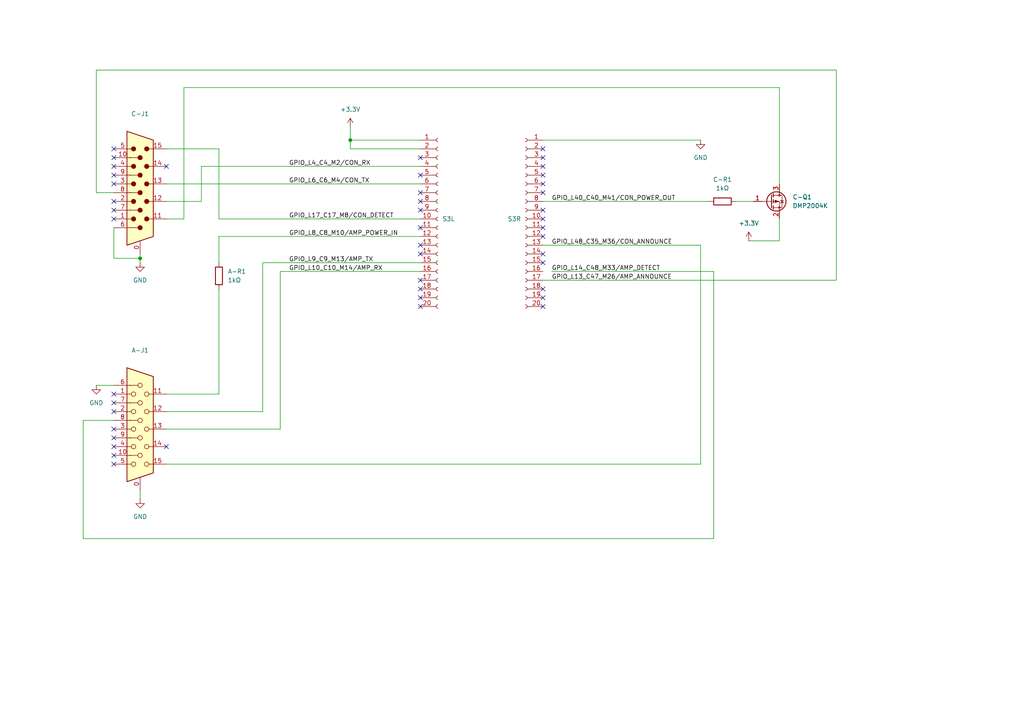
<source format=kicad_sch>
(kicad_sch (version 20231120) (generator "eeschema") (generator_version "8.0")
  (paper "A4")
  (lib_symbols
    (symbol "Connector:Conn_01x20_Socket" (pin_names (offset 1.016) hide)
      (property "Reference" "J" (at 0 25.4 0))
      (property "Value" "Conn_01x20_Socket" (at 0 -27.94 0))
      (symbol "Conn_01x20_Socket_1_1"
        (arc (start 0 -24.892) (mid -0.5058 -25.4) (end 0 -25.908) (stroke (width 0.1524)))
        (arc (start 0 -22.352) (mid -0.5058 -22.86) (end 0 -23.368) (stroke (width 0.1524)))
        (arc (start 0 -19.812) (mid -0.5058 -20.32) (end 0 -20.828) (stroke (width 0.1524)))
        (arc (start 0 -17.272) (mid -0.5058 -17.78) (end 0 -18.288) (stroke (width 0.1524)))
        (arc (start 0 -14.732) (mid -0.5058 -15.24) (end 0 -15.748) (stroke (width 0.1524)))
        (arc (start 0 -12.192) (mid -0.5058 -12.7) (end 0 -13.208) (stroke (width 0.1524)))
        (arc (start 0 -9.652) (mid -0.5058 -10.16) (end 0 -10.668) (stroke (width 0.1524)))
        (arc (start 0 -7.112) (mid -0.5058 -7.62) (end 0 -8.128) (stroke (width 0.1524)))
        (arc (start 0 -4.572) (mid -0.5058 -5.08) (end 0 -5.588) (stroke (width 0.1524)))
        (arc (start 0 -2.032) (mid -0.5058 -2.54) (end 0 -3.048) (stroke (width 0.1524)))
        (polyline (pts (xy -1.27 -25.4) (xy -0.508 -25.4)) (stroke (width 0.1524)))
        (polyline (pts (xy -1.27 -22.86) (xy -0.508 -22.86)) (stroke (width 0.1524)))
        (polyline (pts (xy -1.27 -20.32) (xy -0.508 -20.32)) (stroke (width 0.1524)))
        (polyline (pts (xy -1.27 -17.78) (xy -0.508 -17.78)) (stroke (width 0.1524)))
        (polyline (pts (xy -1.27 -15.24) (xy -0.508 -15.24)) (stroke (width 0.1524)))
        (polyline (pts (xy -1.27 -12.7) (xy -0.508 -12.7)) (stroke (width 0.1524)))
        (polyline (pts (xy -1.27 -10.16) (xy -0.508 -10.16)) (stroke (width 0.1524)))
        (polyline (pts (xy -1.27 -7.62) (xy -0.508 -7.62)) (stroke (width 0.1524)))
        (polyline (pts (xy -1.27 -5.08) (xy -0.508 -5.08)) (stroke (width 0.1524)))
        (polyline (pts (xy -1.27 -2.54) (xy -0.508 -2.54)) (stroke (width 0.1524)))
        (polyline (pts (xy -1.27 0) (xy -0.508 0)) (stroke (width 0.1524)))
        (polyline (pts (xy -1.27 2.54) (xy -0.508 2.54)) (stroke (width 0.1524)))
        (polyline (pts (xy -1.27 5.08) (xy -0.508 5.08)) (stroke (width 0.1524)))
        (polyline (pts (xy -1.27 7.62) (xy -0.508 7.62)) (stroke (width 0.1524)))
        (polyline (pts (xy -1.27 10.16) (xy -0.508 10.16)) (stroke (width 0.1524)))
        (polyline (pts (xy -1.27 12.7) (xy -0.508 12.7)) (stroke (width 0.1524)))
        (polyline (pts (xy -1.27 15.24) (xy -0.508 15.24)) (stroke (width 0.1524)))
        (polyline (pts (xy -1.27 17.78) (xy -0.508 17.78)) (stroke (width 0.1524)))
        (polyline (pts (xy -1.27 20.32) (xy -0.508 20.32)) (stroke (width 0.1524)))
        (polyline (pts (xy -1.27 22.86) (xy -0.508 22.86)) (stroke (width 0.1524)))
        (arc (start 0 0.508) (mid -0.5058 0) (end 0 -0.508) (stroke (width 0.1524)))
        (arc (start 0 3.048) (mid -0.5058 2.54) (end 0 2.032) (stroke (width 0.1524)))
        (arc (start 0 5.588) (mid -0.5058 5.08) (end 0 4.572) (stroke (width 0.1524)))
        (arc (start 0 8.128) (mid -0.5058 7.62) (end 0 7.112) (stroke (width 0.1524)))
        (arc (start 0 10.668) (mid -0.5058 10.16) (end 0 9.652) (stroke (width 0.1524)))
        (arc (start 0 13.208) (mid -0.5058 12.7) (end 0 12.192) (stroke (width 0.1524)))
        (arc (start 0 15.748) (mid -0.5058 15.24) (end 0 14.732) (stroke (width 0.1524)))
        (arc (start 0 18.288) (mid -0.5058 17.78) (end 0 17.272) (stroke (width 0.1524)))
        (arc (start 0 20.828) (mid -0.5058 20.32) (end 0 19.812) (stroke (width 0.1524)))
        (arc (start 0 23.368) (mid -0.5058 22.86) (end 0 22.352) (stroke (width 0.1524)))
        (pin passive line (at -5.08 22.86 0) (length 3.81) (name "Pin_1") (number "1"))
        (pin passive line (at -5.08 0 0) (length 3.81) (name "Pin_10") (number "10"))
        (pin passive line (at -5.08 -2.54 0) (length 3.81) (name "Pin_11") (number "11"))
        (pin passive line (at -5.08 -5.08 0) (length 3.81) (name "Pin_12") (number "12"))
        (pin passive line (at -5.08 -7.62 0) (length 3.81) (name "Pin_13") (number "13"))
        (pin passive line (at -5.08 -10.16 0) (length 3.81) (name "Pin_14") (number "14"))
        (pin passive line (at -5.08 -12.7 0) (length 3.81) (name "Pin_15") (number "15"))
        (pin passive line (at -5.08 -15.24 0) (length 3.81) (name "Pin_16") (number "16"))
        (pin passive line (at -5.08 -17.78 0) (length 3.81) (name "Pin_17") (number "17"))
        (pin passive line (at -5.08 -20.32 0) (length 3.81) (name "Pin_18") (number "18"))
        (pin passive line (at -5.08 -22.86 0) (length 3.81) (name "Pin_19") (number "19"))
        (pin passive line (at -5.08 20.32 0) (length 3.81) (name "Pin_2") (number "2"))
        (pin passive line (at -5.08 -25.4 0) (length 3.81) (name "Pin_20") (number "20"))
        (pin passive line (at -5.08 17.78 0) (length 3.81) (name "Pin_3") (number "3"))
        (pin passive line (at -5.08 15.24 0) (length 3.81) (name "Pin_4") (number "4"))
        (pin passive line (at -5.08 12.7 0) (length 3.81) (name "Pin_5") (number "5"))
        (pin passive line (at -5.08 10.16 0) (length 3.81) (name "Pin_6") (number "6"))
        (pin passive line (at -5.08 7.62 0) (length 3.81) (name "Pin_7") (number "7"))
        (pin passive line (at -5.08 5.08 0) (length 3.81) (name "Pin_8") (number "8"))
        (pin passive line (at -5.08 2.54 0) (length 3.81) (name "Pin_9") (number "9"))
      )
    )
    (symbol "Connector:DE15_Plug_HighDensity_MountingHoles" (pin_names (offset 1.016) hide)
      (property "Reference" "J" (at 0 21.59 0))
      (property "Value" "DE15_Plug_HighDensity_MountingHoles" (at 0 19.05 0))
      (symbol "DE15_Plug_HighDensity_MountingHoles_0_1"
        (circle (center -1.905 -7.62) (radius 0.635) (fill (type outline)))
        (circle (center -1.905 -2.54) (radius 0.635) (fill (type outline)))
        (circle (center -1.905 2.54) (radius 0.635) (fill (type outline)))
        (circle (center -1.905 7.62) (radius 0.635) (fill (type outline)))
        (circle (center -1.905 12.7) (radius 0.635) (fill (type outline)))
        (circle (center 0 -10.16) (radius 0.635) (fill (type outline)))
        (circle (center 0 -5.08) (radius 0.635) (fill (type outline)))
        (polyline (pts (xy -3.175 -5.08) (xy -0.635 -5.08)))
        (polyline (pts (xy -0.635 -10.16) (xy -3.175 -10.16)))
        (polyline (pts (xy -0.635 0) (xy -3.175 0)))
        (polyline (pts (xy -0.635 5.08) (xy -3.175 5.08)))
        (polyline (pts (xy -0.635 10.16) (xy -3.175 10.16)))
        (polyline (pts (xy -3.81 17.78) (xy -3.81 -15.24) (xy 3.81 -12.7) (xy 3.81 15.24) (xy -3.81 17.78)) (stroke (width 0.254)) (fill (type background)))
        (circle (center 0 0) (radius 0.635) (fill (type outline)))
        (circle (center 0 5.08) (radius 0.635) (fill (type outline)))
        (circle (center 0 10.16) (radius 0.635) (fill (type outline)))
        (circle (center 1.905 -7.62) (radius 0.635) (fill (type outline)))
        (circle (center 1.905 -2.54) (radius 0.635) (fill (type outline)))
        (circle (center 1.905 2.54) (radius 0.635) (fill (type outline)))
        (circle (center 1.905 7.62) (radius 0.635) (fill (type outline)))
        (circle (center 1.905 12.7) (radius 0.635) (fill (type outline)))
      )
      (symbol "DE15_Plug_HighDensity_MountingHoles_1_1"
        (pin passive line (at 0 -17.78 90) (length 3.81) (name "~") (number "0"))
        (pin passive line (at -7.62 -7.62 0) (length 5.08) (name "~") (number "1"))
        (pin passive line (at -7.62 10.16 0) (length 5.08) (name "~") (number "10"))
        (pin passive line (at 7.62 -7.62 180) (length 5.08) (name "~") (number "11"))
        (pin passive line (at 7.62 -2.54 180) (length 5.08) (name "~") (number "12"))
        (pin passive line (at 7.62 2.54 180) (length 5.08) (name "~") (number "13"))
        (pin passive line (at 7.62 7.62 180) (length 5.08) (name "~") (number "14"))
        (pin passive line (at 7.62 12.7 180) (length 5.08) (name "~") (number "15"))
        (pin passive line (at -7.62 -2.54 0) (length 5.08) (name "~") (number "2"))
        (pin passive line (at -7.62 2.54 0) (length 5.08) (name "~") (number "3"))
        (pin passive line (at -7.62 7.62 0) (length 5.08) (name "~") (number "4"))
        (pin passive line (at -7.62 12.7 0) (length 5.08) (name "~") (number "5"))
        (pin passive line (at -7.62 -10.16 0) (length 5.08) (name "~") (number "6"))
        (pin passive line (at -7.62 -5.08 0) (length 5.08) (name "~") (number "7"))
        (pin passive line (at -7.62 0 0) (length 5.08) (name "~") (number "8"))
        (pin passive line (at -7.62 5.08 0) (length 5.08) (name "~") (number "9"))
      )
    )
    (symbol "Connector:DE15_Receptacle_HighDensity_MountingHoles" (pin_names (offset 1.016) hide)
      (property "Reference" "J" (at 0 21.59 0))
      (property "Value" "DE15_Receptacle_HighDensity_MountingHoles" (at 0 19.05 0))
      (symbol "DE15_Receptacle_HighDensity_MountingHoles_0_1"
        (circle (center -1.905 -10.16) (radius 0.635))
        (circle (center -1.905 -5.08) (radius 0.635))
        (circle (center -1.905 0) (radius 0.635))
        (circle (center -1.905 5.08) (radius 0.635))
        (circle (center -1.905 10.16) (radius 0.635))
        (circle (center 0 -7.62) (radius 0.635))
        (circle (center 0 -2.54) (radius 0.635))
        (polyline (pts (xy -3.175 7.62) (xy -0.635 7.62)))
        (polyline (pts (xy -0.635 -7.62) (xy -3.175 -7.62)))
        (polyline (pts (xy -0.635 -2.54) (xy -3.175 -2.54)))
        (polyline (pts (xy -0.635 2.54) (xy -3.175 2.54)))
        (polyline (pts (xy -0.635 12.7) (xy -3.175 12.7)))
        (polyline (pts (xy -3.81 17.78) (xy -3.81 -15.24) (xy 3.81 -12.7) (xy 3.81 15.24) (xy -3.81 17.78)) (stroke (width 0.254)) (fill (type background)))
        (circle (center 0 2.54) (radius 0.635))
        (circle (center 0 7.62) (radius 0.635))
        (circle (center 0 12.7) (radius 0.635))
        (circle (center 1.905 -10.16) (radius 0.635))
        (circle (center 1.905 -5.08) (radius 0.635))
        (circle (center 1.905 0) (radius 0.635))
        (circle (center 1.905 5.08) (radius 0.635))
        (circle (center 1.905 10.16) (radius 0.635))
      )
      (symbol "DE15_Receptacle_HighDensity_MountingHoles_1_1"
        (pin passive line (at 0 -17.78 90) (length 3.81) (name "~") (number "0"))
        (pin passive line (at -7.62 10.16 0) (length 5.08) (name "~") (number "1"))
        (pin passive line (at -7.62 -7.62 0) (length 5.08) (name "~") (number "10"))
        (pin passive line (at 7.62 10.16 180) (length 5.08) (name "~") (number "11"))
        (pin passive line (at 7.62 5.08 180) (length 5.08) (name "~") (number "12"))
        (pin passive line (at 7.62 0 180) (length 5.08) (name "~") (number "13"))
        (pin passive line (at 7.62 -5.08 180) (length 5.08) (name "~") (number "14"))
        (pin passive line (at 7.62 -10.16 180) (length 5.08) (name "~") (number "15"))
        (pin passive line (at -7.62 5.08 0) (length 5.08) (name "~") (number "2"))
        (pin passive line (at -7.62 0 0) (length 5.08) (name "~") (number "3"))
        (pin passive line (at -7.62 -5.08 0) (length 5.08) (name "~") (number "4"))
        (pin passive line (at -7.62 -10.16 0) (length 5.08) (name "~") (number "5"))
        (pin passive line (at -7.62 12.7 0) (length 5.08) (name "~") (number "6"))
        (pin passive line (at -7.62 7.62 0) (length 5.08) (name "~") (number "7"))
        (pin passive line (at -7.62 2.54 0) (length 5.08) (name "~") (number "8"))
        (pin passive line (at -7.62 -2.54 0) (length 5.08) (name "~") (number "9"))
      )
    )
    (symbol "Device:R" (pin_numbers hide) (pin_names (offset 0))
      (property "Reference" "R" (at 2.032 0 90))
      (property "Value" "R" (at 0 0 90))
      (symbol "R_0_1"
        (rectangle (start -1.016 -2.54) (end 1.016 2.54) (stroke (width 0.254)))
      )
      (symbol "R_1_1"
        (pin passive line (at 0 3.81 270) (length 1.27) (name "~") (number "1"))
        (pin passive line (at 0 -3.81 90) (length 1.27) (name "~") (number "2"))
      )
    )
    (symbol "Transistor_FET:DMG2301L" (pin_names hide)
      (property "Reference" "Q" (at 5.08 1.905 0))
      (property "Value" "DMG2301L" (at 5.08 0 0))
      (symbol "DMG2301L_0_1"
        (polyline (pts (xy 0.254 0) (xy -2.54 0)))
        (polyline (pts (xy 0.254 1.905) (xy 0.254 -1.905)) (stroke (width 0.254)))
        (polyline (pts (xy 0.762 -1.27) (xy 0.762 -2.286)) (stroke (width 0.254)))
        (polyline (pts (xy 0.762 0.508) (xy 0.762 -0.508)) (stroke (width 0.254)))
        (polyline (pts (xy 0.762 2.286) (xy 0.762 1.27)) (stroke (width 0.254)))
        (polyline (pts (xy 2.54 2.54) (xy 2.54 1.778)))
        (polyline (pts (xy 2.54 -2.54) (xy 2.54 0) (xy 0.762 0)))
        (polyline (pts (xy 0.762 1.778) (xy 3.302 1.778) (xy 3.302 -1.778) (xy 0.762 -1.778)))
        (polyline (pts (xy 2.286 0) (xy 1.27 0.381) (xy 1.27 -0.381) (xy 2.286 0)) (fill (type outline)))
        (polyline (pts (xy 2.794 -0.508) (xy 2.921 -0.381) (xy 3.683 -0.381) (xy 3.81 -0.254)))
        (polyline (pts (xy 3.302 -0.381) (xy 2.921 0.254) (xy 3.683 0.254) (xy 3.302 -0.381)))
        (circle (center 1.651 0) (radius 2.794) (stroke (width 0.254)))
        (circle (center 2.54 -1.778) (radius 0.254) (fill (type outline)))
        (circle (center 2.54 1.778) (radius 0.254) (fill (type outline)))
      )
      (symbol "DMG2301L_1_1"
        (pin input line (at -5.08 0 0) (length 2.54) (name "G") (number "1"))
        (pin passive line (at 2.54 -5.08 90) (length 2.54) (name "S") (number "2"))
        (pin passive line (at 2.54 5.08 270) (length 2.54) (name "D") (number "3"))
      )
    )
    (symbol "power:+3.3V" (power) (pin_numbers hide) (pin_names (offset 0) hide)
      (property "Value" "+3.3V" (at 0 3.556 0))
      (symbol "+3.3V_0_1"
        (polyline (pts (xy -0.762 1.27) (xy 0 2.54)))
        (polyline (pts (xy 0 0) (xy 0 2.54)))
        (polyline (pts (xy 0 2.54) (xy 0.762 1.27)))
      )
      (symbol "+3.3V_1_1"
        (pin power_in line (at 0 0 90) (length 0) (name "~") (number "1"))
      )
    )
    (symbol "power:GND" (power) (pin_numbers hide) (pin_names (offset 0) hide)
      (property "Value" "GND" (at 0 -3.81 0))
      (symbol "GND_0_1"
        (polyline (pts (xy 0 0) (xy 0 -1.27) (xy 1.27 -1.27) (xy 0 -2.54) (xy -1.27 -1.27) (xy 0 -1.27)))
      )
      (symbol "GND_1_1"
        (pin power_in line (at 0 0 270) (length 0) (name "~") (number "1"))
      )
    )
  )
  (junction (at 40.64 74.93))
  (junction (at 101.6 40.64))
  (no_connect (at 33.02 114.3))
  (no_connect (at 157.48 50.8))
  (no_connect (at 121.92 83.82))
  (no_connect (at 33.02 60.96))
  (no_connect (at 121.92 60.96))
  (no_connect (at 33.02 129.54))
  (no_connect (at 157.48 60.96))
  (no_connect (at 33.02 63.5))
  (no_connect (at 33.02 132.08))
  (no_connect (at 157.48 63.5))
  (no_connect (at 33.02 134.62))
  (no_connect (at 157.48 48.26))
  (no_connect (at 33.02 48.26))
  (no_connect (at 157.48 66.04))
  (no_connect (at 121.92 45.72))
  (no_connect (at 157.48 43.18))
  (no_connect (at 157.48 53.34))
  (no_connect (at 33.02 45.72))
  (no_connect (at 121.92 66.04))
  (no_connect (at 33.02 127))
  (no_connect (at 157.48 73.66))
  (no_connect (at 48.26 48.26))
  (no_connect (at 121.92 50.8))
  (no_connect (at 157.48 88.9))
  (no_connect (at 33.02 43.18))
  (no_connect (at 33.02 119.38))
  (no_connect (at 121.92 73.66))
  (no_connect (at 33.02 116.84))
  (no_connect (at 33.02 50.8))
  (no_connect (at 121.92 71.12))
  (no_connect (at 121.92 58.42))
  (no_connect (at 157.48 68.58))
  (no_connect (at 157.48 86.36))
  (no_connect (at 33.02 124.46))
  (no_connect (at 157.48 45.72))
  (no_connect (at 157.48 83.82))
  (no_connect (at 33.02 53.34))
  (no_connect (at 157.48 76.2))
  (no_connect (at 121.92 88.9))
  (no_connect (at 157.48 55.88))
  (no_connect (at 121.92 81.28))
  (no_connect (at 33.02 58.42))
  (no_connect (at 121.92 86.36))
  (no_connect (at 121.92 55.88))
  (no_connect (at 48.26 129.54))
  (wire (pts (xy 207.01 78.74) (xy 207.01 156.21)))
  (wire (pts (xy 48.26 58.42) (xy 58.42 58.42)))
  (wire (pts (xy 213.36 58.42) (xy 218.44 58.42)))
  (wire (pts (xy 63.5 83.82) (xy 63.5 114.3)))
  (wire (pts (xy 81.28 124.46) (xy 81.28 78.74)))
  (wire (pts (xy 226.06 63.5) (xy 226.06 69.85)))
  (wire (pts (xy 58.42 48.26) (xy 58.42 58.42)))
  (wire (pts (xy 121.92 43.18) (xy 101.6 43.18)))
  (wire (pts (xy 157.48 81.28) (xy 242.57 81.28)))
  (wire (pts (xy 33.02 121.92) (xy 24.13 121.92)))
  (wire (pts (xy 33.02 66.04) (xy 33.02 74.93)))
  (wire (pts (xy 101.6 40.64) (xy 121.92 40.64)))
  (wire (pts (xy 40.64 74.93) (xy 40.64 76.2)))
  (wire (pts (xy 53.34 25.4) (xy 53.34 63.5)))
  (wire (pts (xy 40.64 73.66) (xy 40.64 74.93)))
  (wire (pts (xy 157.48 58.42) (xy 205.74 58.42)))
  (wire (pts (xy 63.5 68.58) (xy 121.92 68.58)))
  (wire (pts (xy 157.48 40.64) (xy 203.2 40.64)))
  (wire (pts (xy 157.48 71.12) (xy 203.2 71.12)))
  (wire (pts (xy 63.5 68.58) (xy 63.5 76.2)))
  (wire (pts (xy 242.57 20.32) (xy 242.57 81.28)))
  (wire (pts (xy 48.26 43.18) (xy 63.5 43.18)))
  (wire (pts (xy 101.6 40.64) (xy 101.6 43.18)))
  (wire (pts (xy 40.64 142.24) (xy 40.64 144.78)))
  (wire (pts (xy 242.57 20.32) (xy 27.94 20.32)))
  (wire (pts (xy 63.5 63.5) (xy 63.5 43.18)))
  (wire (pts (xy 48.26 53.34) (xy 121.92 53.34)))
  (wire (pts (xy 27.94 55.88) (xy 33.02 55.88)))
  (wire (pts (xy 48.26 124.46) (xy 81.28 124.46)))
  (wire (pts (xy 27.94 20.32) (xy 27.94 55.88)))
  (wire (pts (xy 27.94 111.76) (xy 33.02 111.76)))
  (wire (pts (xy 48.26 114.3) (xy 63.5 114.3)))
  (wire (pts (xy 24.13 121.92) (xy 24.13 156.21)))
  (wire (pts (xy 48.26 134.62) (xy 203.2 134.62)))
  (wire (pts (xy 58.42 48.26) (xy 121.92 48.26)))
  (wire (pts (xy 76.2 76.2) (xy 121.92 76.2)))
  (wire (pts (xy 226.06 25.4) (xy 53.34 25.4)))
  (wire (pts (xy 48.26 63.5) (xy 53.34 63.5)))
  (wire (pts (xy 160.02 78.74) (xy 207.01 78.74)))
  (wire (pts (xy 33.02 74.93) (xy 40.64 74.93)))
  (wire (pts (xy 63.5 63.5) (xy 121.92 63.5)))
  (wire (pts (xy 217.17 69.85) (xy 226.06 69.85)))
  (wire (pts (xy 24.13 156.21) (xy 207.01 156.21)))
  (wire (pts (xy 76.2 119.38) (xy 76.2 76.2)))
  (wire (pts (xy 203.2 71.12) (xy 203.2 134.62)))
  (wire (pts (xy 101.6 36.83) (xy 101.6 40.64)))
  (wire (pts (xy 48.26 119.38) (xy 76.2 119.38)))
  (wire (pts (xy 226.06 25.4) (xy 226.06 53.34)))
  (wire (pts (xy 81.28 78.74) (xy 121.92 78.74)))
  (label "GPIO_L14_C48_M33{slash}AMP_DETECT" (at 160.02 78.74 0))
  (label "GPIO_L10_C10_M14{slash}AMP_RX" (at 83.82 78.74 0))
  (label "GPIO_L48_C35_M36{slash}CON_ANNOUNCE" (at 160.02 71.12 0))
  (label "GPIO_L4_C4_M2{slash}CON_RX" (at 83.82 48.26 0))
  (label "GPIO_L40_C40_M41{slash}CON_POWER_OUT" (at 160.02 58.42 0))
  (label "GPIO_L8_C8_M10{slash}AMP_POWER_IN" (at 83.82 68.58 0))
  (label "GPIO_L6_C6_M4{slash}CON_TX" (at 83.82 53.34 0))
  (label "GPIO_L17_C17_M8{slash}CON_DETECT" (at 83.82 63.5 0))
  (label "GPIO_L13_C47_M26{slash}AMP_ANNOUNCE" (at 160.02 81.28 0))
  (label "GPIO_L9_C9_M13{slash}AMP_TX" (at 83.82 76.2 0))
  (symbol (lib_id "Connector:Conn_01x20_Socket") (at 152.4 63.5 0) (mirror y) (unit 1)
    (property "Reference" "S3R" (at 151.13 63.4999 0) (effects (justify left)))
    (property "Value" "Conn_01x20_Socket" (effects (hide yes)))
    (property "Description" "Generic connector, single row, 01x20, script generated" (effects (hide yes)))
  )
  (symbol (lib_id "power:+3.3V") (at 217.17 69.85 0) (unit 1)
    (property "Reference" "#PWR6" (effects (hide yes)))
    (property "Value" "+3.3V" (at 217.17 64.77 0))
    (property "Description" "Power symbol creates a global label with name \"+3.3V\"" (effects (hide yes)))
  )
  (symbol (lib_id "power:GND") (at 40.64 144.78 0) (unit 1)
    (property "Reference" "#PWR2" (effects (hide yes)))
    (property "Value" "GND" (at 40.64 149.86 0))
    (property "Description" "Power symbol creates a global label with name \"GND\" , ground" (effects (hide yes)))
  )
  (symbol (lib_id "Device:R") (at 209.55 58.42 90) (unit 1)
    (property "Reference" "C-R1" (at 209.55 52.07 90))
    (property "Value" "1kΩ" (at 209.55 54.61 90))
    (property "Description" "Resistor" (effects (hide yes)))
  )
  (symbol (lib_id "power:+3.3V") (at 101.6 36.83 0) (unit 1)
    (property "Reference" "#PWR4" (effects (hide yes)))
    (property "Value" "+3.3V" (at 101.6 31.75 0))
    (property "Description" "Power symbol creates a global label with name \"+3.3V\"" (effects (hide yes)))
  )
  (symbol (lib_id "Connector:DE15_Receptacle_HighDensity_MountingHoles") (at 40.64 124.46 0) (unit 1)
    (property "Reference" "A-J1" (at 40.64 101.6 0))
    (property "Value" "DE15_Receptacle_HighDensity_MountingHoles" (effects (hide yes)))
    (property "Description" "15-pin female receptacle socket D-SUB connector, High density (3 columns), Triple Row, Generic, VGA-connector, Mounting Hole" (effects (hide yes)))
  )
  (symbol (lib_id "Connector:DE15_Plug_HighDensity_MountingHoles") (at 40.64 55.88 0) (unit 1)
    (property "Reference" "C-J1" (at 40.64 33.02 0))
    (property "Value" "DE15_Plug_HighDensity_MountingHoles" (effects (hide yes)))
    (property "Description" "15-pin male plug socket D-SUB connector, High density (3 columns), Triple Row, Generic, VGA-connector, Mounting Hole" (effects (hide yes)))
  )
  (symbol (lib_id "power:GND") (at 27.94 111.76 0) (unit 1)
    (property "Reference" "#PWR3" (effects (hide yes)))
    (property "Value" "GND" (at 27.94 116.84 0))
    (property "Description" "Power symbol creates a global label with name \"GND\" , ground" (effects (hide yes)))
  )
  (symbol (lib_id "Device:R") (at 63.5 80.01 0) (unit 1)
    (property "Reference" "A-R1" (at 66.04 78.7399 0) (effects (justify left)))
    (property "Value" "1kΩ" (at 66.04 81.2799 0) (effects (justify left)))
    (property "Description" "Resistor" (effects (hide yes)))
  )
  (symbol (lib_id "power:GND") (at 40.64 76.2 0) (unit 1)
    (property "Reference" "#PWR1" (effects (hide yes)))
    (property "Value" "GND" (at 40.64 81.28 0))
    (property "Description" "Power symbol creates a global label with name \"GND\" , ground" (effects (hide yes)))
  )
  (symbol (lib_id "Connector:Conn_01x20_Socket") (at 127 63.5 0) (unit 1)
    (property "Reference" "S3L" (at 128.27 63.4999 0) (effects (justify left)))
    (property "Value" "Conn_01x20_Socket" (effects (hide yes)))
    (property "Description" "Generic connector, single row, 01x20, script generated" (effects (hide yes)))
  )
  (symbol (lib_id "power:GND") (at 203.2 40.64 0) (unit 1)
    (property "Reference" "#PWR5" (effects (hide yes)))
    (property "Value" "GND" (at 203.2 45.72 0))
    (property "Description" "Power symbol creates a global label with name \"GND\" , ground" (effects (hide yes)))
  )
  (symbol (lib_id "Transistor_FET:DMG2301L") (at 223.52 58.42 0) (unit 1)
    (property "Reference" "C-Q1" (at 229.87 57.1499 0) (effects (justify left)))
    (property "Value" "DMP2004K" (at 229.87 59.6899 0) (effects (justify left)))
    (property "Footprint" "Package_TO_SOT_SMD:SOT-23" (effects (hide yes)))
    (property "Datasheet" "https://www.diodes.com/assets/Datasheets/DMP2004K.pdf" (effects (hide yes)))
    (property "Description" "-600mA Id, -20V Vds, P-Channel MOSFET, SOT-23" (effects (hide yes)))
  )
)
</source>
